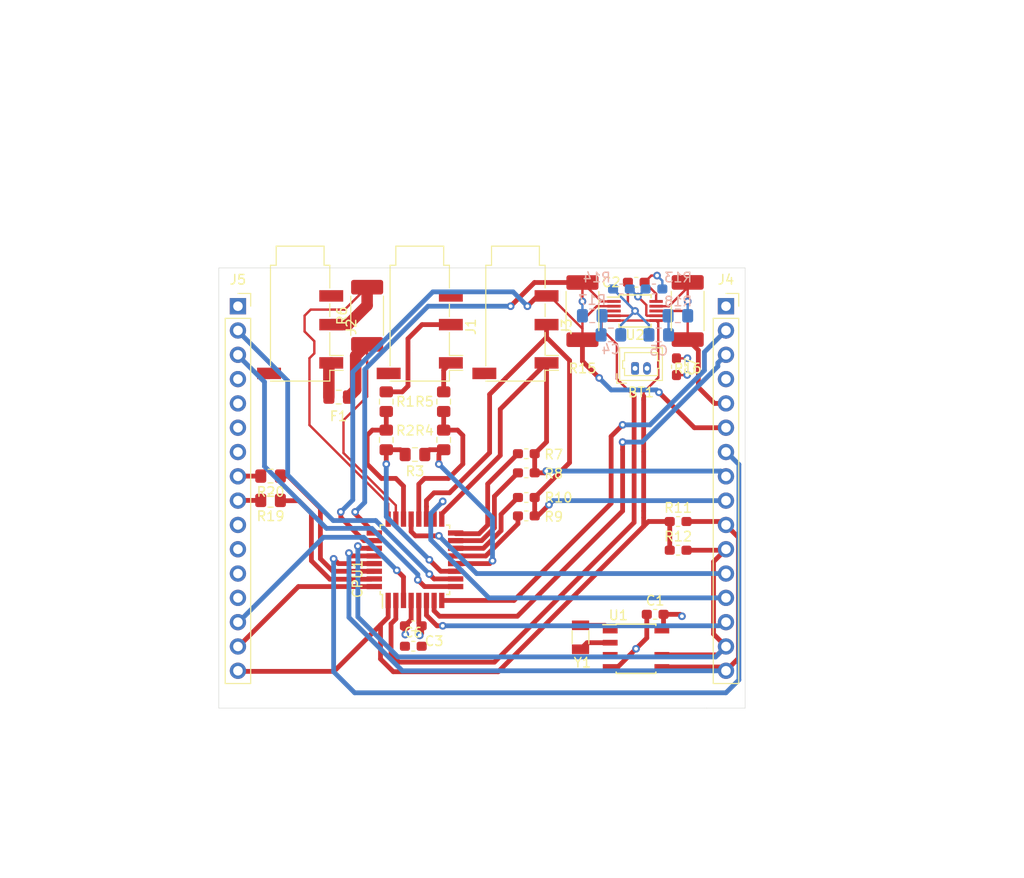
<source format=kicad_pcb>
(kicad_pcb (version 20171130) (host pcbnew "(5.0.2)-1")
  (layers (0 F.Cu signal) (1 In1.Cu signal hide) (2 In2.Cu signal hide) (31 B.Cu signal) (34 B.Paste user hide) (35 F.Paste user hide) (36 B.SilkS user hide) (37 F.SilkS user hide) (38 B.Mask user hide) (39 F.Mask user hide) (44 Edge.Cuts user))
  (net 0 "")
  (net 1 /PD3)
  (net 2 /PD2)
  (net 3 /ADC11)
  (net 4 "Net-(J1-Pad2)")
  (net 5 "Net-(J1-Pad3)")
  (net 6 "Net-(J1-Pad4)")
  (net 7 /ADC2)
  (net 8 /PB1)
  (net 9 /PB2)
  (net 10 /PB3)
  (net 11 /PB4)
  (net 12 "Net-(U1-Pad2)")
  (net 13 "Net-(U1-Pad1)")
  (net 14 /ADC3)
  (net 15 /D1)
  (net 16 /D0)
  (net 17 /RESET)
  (net 18 /SDA)
  (net 19 /SCL)
  (net 20 /ADC1)
  (net 21 /ADC0)
  (net 22 /ADC7)
  (net 23 /SWD)
  (net 24 /ADC6)
  (net 25 /SWC)
  (net 26 /PB0)
  (net 27 /VCC)
  (net 28 /PE4)
  (net 29 /PD4)
  (net 30 "Net-(F1-Pad1)")
  (net 31 /VCC_HALF)
  (net 32 "Net-(R16-Pad2)")
  (net 33 /GND)
  (net 34 "Net-(J1-Pad5)")
  (net 35 "Net-(J2-Pad5)")
  (net 36 "Net-(J3-Pad5)")
  (net 37 "Net-(R13-Pad2)")
  (net 38 "Net-(U1-Pad3)")
  (net 39 /ADC10)
  (net 40 "Net-(J2-Pad2)")
  (net 41 /PD7)
  (net 42 /PD6)
  (net 43 /PD5)
  (net 44 /PB7)
  (net 45 /PB6)
  (net 46 /PE5)
  (net 47 "Net-(C4-Pad2)")
  (net 48 "Net-(C5-Pad2)")
  (net 49 "Net-(CPU1-Pad30)")
  (net 50 "Net-(CPU1-Pad31)")
  (module Capacitor_SMD:C_0603_1608Metric_Pad1.05x0.95mm_HandSolder (layer F.Cu) (at 120.32488 89.535)
    (fp_text reference C6 (at 0 -1.43) (layer F.SilkS))
    (fp_text value 10n)
    (pad 2 smd roundrect (at 0.875 0) (size 1.05 0.95) (layers F.Cu F.Paste F.Mask) (net 33 /GND))
    (pad 1 smd roundrect (at -0.875 0) (size 1.05 0.95) (layers F.Cu F.Paste F.Mask) (net 27 /VCC))
  )
  (module Capacitor_SMD:C_0603_1608Metric_Pad1.05x0.95mm_HandSolder (layer F.Cu) (at 147.828 60.325 270)
    (fp_text reference C7 (at 0 -1.43 270) (layer F.SilkS))
    (fp_text value 10u)
    (pad 1 smd roundrect (at -0.875 0 270) (size 1.05 0.95) (layers F.Cu F.Paste F.Mask) (net 27 /VCC))
    (pad 2 smd roundrect (at 0.875 0 270) (size 1.05 0.95) (layers F.Cu F.Paste F.Mask) (net 33 /GND))
  )
  (module Resistor_SMD:R_0805_2012Metric_Pad1.15x1.40mm_HandSolder (layer F.Cu) (at 105.41 74.295 180)
    (fp_text reference R19 (at 0 -1.65 180) (layer F.SilkS))
    (fp_text value 1k)
    (pad 2 smd roundrect (at 1.025 0 180) (size 1.15 1.4) (layers F.Cu F.Paste F.Mask) (roundrect_rratio 0.217391) (net 15 /D1))
    (pad 1 smd roundrect (at -1.025 0 180) (size 1.15 1.4) (layers F.Cu F.Paste F.Mask) (roundrect_rratio 0.217391) (net 50 "Net-(CPU1-Pad31)"))
  )
  (module Resistor_SMD:R_0805_2012Metric_Pad1.15x1.40mm_HandSolder (layer F.Cu) (at 105.41 71.755 180)
    (fp_text reference R20 (at 0 -1.65 180) (layer F.SilkS))
    (fp_text value 1k)
    (pad 1 smd roundrect (at -1.025 0 180) (size 1.15 1.4) (layers F.Cu F.Paste F.Mask) (roundrect_rratio 0.217391) (net 49 "Net-(CPU1-Pad30)"))
    (pad 2 smd roundrect (at 1.025 0 180) (size 1.15 1.4) (layers F.Cu F.Paste F.Mask) (roundrect_rratio 0.217391) (net 16 /D0))
  )
  (module Resistor_SMD:R_0805_2012Metric_Pad1.15x1.40mm_HandSolder (layer B.Cu) (at 147.975001 55)
    (fp_text reference R18 (at 0.024999 -1.5 180) (layer B.SilkS) (effects (justify mirror)))
    (fp_text value R_Small)
    (pad 2 smd roundrect (at 1.025 0) (size 1.15 1.4) (layers B.Cu B.Paste B.Mask) (roundrect_rratio 0.217391) (net 32 "Net-(R16-Pad2)"))
    (pad 1 smd roundrect (at -1.025 0) (size 1.15 1.4) (layers B.Cu B.Paste B.Mask) (roundrect_rratio 0.217391) (net 48 "Net-(C5-Pad2)"))
  )
  (module Resistor_SMD:R_0805_2012Metric_Pad1.15x1.40mm_HandSolder (layer B.Cu) (at 139.024999 55 180)
    (fp_text reference R17 (at 0 1.65 180) (layer B.SilkS) (effects (justify mirror)))
    (fp_text value R_Small)
    (pad 2 smd roundrect (at 1.025 0 180) (size 1.15 1.4) (layers B.Cu B.Paste B.Mask) (roundrect_rratio 0.217391) (net 7 /ADC2))
    (pad 1 smd roundrect (at -1.025 0 180) (size 1.15 1.4) (layers B.Cu B.Paste B.Mask) (roundrect_rratio 0.217391) (net 47 "Net-(C4-Pad2)"))
  )
  (module Capacitor_SMD:C_0805_2012Metric_Pad1.15x1.40mm_HandSolder (layer B.Cu) (at 145.975 57)
    (fp_text reference C5 (at 0 1.65 180) (layer B.SilkS) (effects (justify mirror)))
    (fp_text value C_Small)
    (pad 2 smd roundrect (at 1.025 0) (size 1.15 1.4) (layers B.Cu B.Paste B.Mask) (roundrect_rratio 0.217391) (net 48 "Net-(C5-Pad2)"))
    (pad 1 smd roundrect (at -1.025 0) (size 1.15 1.4) (layers B.Cu B.Paste B.Mask) (roundrect_rratio 0.217391) (net 33 /GND))
  )
  (module Capacitor_SMD:C_0805_2012Metric_Pad1.15x1.40mm_HandSolder (layer B.Cu) (at 140.975 57 180)
    (fp_text reference C4 (at 0 -1.5 180) (layer B.SilkS) (effects (justify mirror)))
    (fp_text value C_Small)
    (pad 2 smd roundrect (at 1.025 0 180) (size 1.15 1.4) (layers B.Cu B.Paste B.Mask) (roundrect_rratio 0.217391) (net 47 "Net-(C4-Pad2)"))
    (pad 1 smd roundrect (at -1.025 0 180) (size 1.15 1.4) (layers B.Cu B.Paste B.Mask) (roundrect_rratio 0.217391) (net 33 /GND))
  )
  (module Crystal:Crystal_SMD_3215-2Pin_3.2x1.5mm (layer F.Cu) (at 137.8 88.6 270)
    (fp_text reference Y1 (at 2.65 -0.2 180) (layer F.SilkS))
    (fp_text value 32kHz)
    (pad 2 smd rect (at -1.25 0 270) (size 1 1.8) (layers F.Cu F.Paste F.Mask) (net 13 "Net-(U1-Pad1)"))
    (pad 1 smd rect (at 1.25 0 270) (size 1 1.8) (layers F.Cu F.Paste F.Mask) (net 12 "Net-(U1-Pad2)"))
  )
  (module Package_SO:MSOP-10_3x3mm_P0.5mm (layer F.Cu) (at 143.5 54.5)
    (fp_text reference U2 (at 0 2.5) (layer F.SilkS))
    (fp_text value AD8592)
    (pad 10 smd rect (at 2.2 -1) (size 1.4 0.3) (layers F.Cu F.Paste F.Mask) (net 27 /VCC))
    (pad 9 smd rect (at 2.2 -0.5) (size 1.4 0.3) (layers F.Cu F.Paste F.Mask) (net 32 "Net-(R16-Pad2)"))
    (pad 8 smd rect (at 2.2 0) (size 1.4 0.3) (layers F.Cu F.Paste F.Mask) (net 31 /VCC_HALF))
    (pad 7 smd rect (at 2.2 0.5) (size 1.4 0.3) (layers F.Cu F.Paste F.Mask) (net 37 "Net-(R13-Pad2)"))
    (pad 6 smd rect (at 2.2 1) (size 1.4 0.3) (layers F.Cu F.Paste F.Mask) (net 1 /PD3))
    (pad 5 smd rect (at -2.2 1) (size 1.4 0.3) (layers F.Cu F.Paste F.Mask) (net 1 /PD3))
    (pad 4 smd rect (at -2.2 0.5) (size 1.4 0.3) (layers F.Cu F.Paste F.Mask) (net 33 /GND))
    (pad 3 smd rect (at -2.2 0) (size 1.4 0.3) (layers F.Cu F.Paste F.Mask) (net 29 /PD4))
    (pad 2 smd rect (at -2.2 -0.5) (size 1.4 0.3) (layers F.Cu F.Paste F.Mask) (net 14 /ADC3))
    (pad 1 smd rect (at -2.2 -1) (size 1.4 0.3) (layers F.Cu F.Paste F.Mask) (net 7 /ADC2))
  )
  (module Package_SO:SOIC-8-N7_3.9x4.9mm_P1.27mm (layer F.Cu) (at 143.6 89.8)
    (fp_text reference U1 (at -1.85 -3.5) (layer F.SilkS))
    (fp_text value PCF85163-SO08)
    (pad 8 smd rect (at 2.7 -1.905) (size 1.55 0.6) (layers F.Cu F.Paste F.Mask) (net 27 /VCC))
    (pad 6 smd rect (at 2.7 0.635) (size 1.55 0.6) (layers F.Cu F.Paste F.Mask) (net 19 /SCL))
    (pad 5 smd rect (at 2.7 1.905) (size 1.55 0.6) (layers F.Cu F.Paste F.Mask) (net 18 /SDA))
    (pad 4 smd rect (at -2.7 1.905) (size 1.55 0.6) (layers F.Cu F.Paste F.Mask) (net 33 /GND))
    (pad 3 smd rect (at -2.7 0.635) (size 1.55 0.6) (layers F.Cu F.Paste F.Mask) (net 38 "Net-(U1-Pad3)"))
    (pad 2 smd rect (at -2.7 -0.635) (size 1.55 0.6) (layers F.Cu F.Paste F.Mask) (net 12 "Net-(U1-Pad2)"))
    (pad 1 smd rect (at -2.7 -1.905) (size 1.55 0.6) (layers F.Cu F.Paste F.Mask) (net 13 "Net-(U1-Pad1)"))
  )
  (module Resistor_SMD:R_2512_6332Metric_Pad1.52x3.35mm_HandSolder (layer F.Cu) (at 149 54.5 90)
    (fp_text reference R16 (at -6 0 180) (layer F.SilkS))
    (fp_text value 30)
    (pad 2 smd roundrect (at 2.9875 0 90) (size 1.525 3.35) (layers F.Cu F.Paste F.Mask) (roundrect_rratio 0.163934) (net 32 "Net-(R16-Pad2)"))
    (pad 1 smd roundrect (at -2.9875 0 90) (size 1.525 3.35) (layers F.Cu F.Paste F.Mask) (roundrect_rratio 0.163934) (net 31 /VCC_HALF))
  )
  (module Resistor_SMD:R_2512_6332Metric_Pad1.52x3.35mm_HandSolder (layer F.Cu) (at 138 54.5125 90)
    (fp_text reference R15 (at -5.9875 0 180) (layer F.SilkS))
    (fp_text value R)
    (pad 2 smd roundrect (at 2.9875 0 90) (size 1.525 3.35) (layers F.Cu F.Paste F.Mask) (roundrect_rratio 0.163934) (net 7 /ADC2))
    (pad 1 smd roundrect (at -2.9875 0 90) (size 1.525 3.35) (layers F.Cu F.Paste F.Mask) (roundrect_rratio 0.163934) (net 14 /ADC3))
  )
  (module Resistor_SMD:R_0603_1608Metric_Pad1.05x0.95mm_HandSolder (layer B.Cu) (at 142.075 52.2 180)
    (fp_text reference R14 (at 2.575 1.2 180) (layer B.SilkS) (effects (justify mirror)))
    (fp_text value 1M)
    (pad 2 smd roundrect (at 0.875 0 180) (size 1.05 0.95) (layers B.Cu B.Paste B.Mask) (net 33 /GND))
    (pad 1 smd roundrect (at -0.875 0 180) (size 1.05 0.95) (layers B.Cu B.Paste B.Mask) (net 37 "Net-(R13-Pad2)"))
  )
  (module Resistor_SMD:R_0603_1608Metric_Pad1.05x0.95mm_HandSolder (layer B.Cu) (at 145.474999 52.2 180)
    (fp_text reference R13 (at -2.525001 1.2 180) (layer B.SilkS) (effects (justify mirror)))
    (fp_text value 1M)
    (pad 2 smd roundrect (at 0.875 0 180) (size 1.05 0.95) (layers B.Cu B.Paste B.Mask) (net 37 "Net-(R13-Pad2)"))
    (pad 1 smd roundrect (at -0.875 0 180) (size 1.05 0.95) (layers B.Cu B.Paste B.Mask) (net 27 /VCC))
  )
  (module Resistor_SMD:R_0603_1608Metric_Pad1.05x0.95mm_HandSolder (layer F.Cu) (at 148 79.5)
    (fp_text reference R12 (at 0 -1.43) (layer F.SilkS))
    (fp_text value R)
    (pad 2 smd roundrect (at 0.875 0) (size 1.05 0.95) (layers F.Cu F.Paste F.Mask) (net 18 /SDA))
    (pad 1 smd roundrect (at -0.875 0) (size 1.05 0.95) (layers F.Cu F.Paste F.Mask) (net 1 /PD3))
  )
  (module Resistor_SMD:R_0603_1608Metric_Pad1.05x0.95mm_HandSolder (layer F.Cu) (at 148 76.5)
    (fp_text reference R11 (at 0 -1.43) (layer F.SilkS))
    (fp_text value R)
    (pad 2 smd roundrect (at 0.875 0) (size 1.05 0.95) (layers F.Cu F.Paste F.Mask) (net 19 /SCL))
    (pad 1 smd roundrect (at -0.875 0) (size 1.05 0.95) (layers F.Cu F.Paste F.Mask) (net 1 /PD3))
  )
  (module Capacitor_SMD:C_0603_1608Metric_Pad1.05x0.95mm_HandSolder (layer F.Cu) (at 120.325 87.4)
    (fp_text reference C3 (at 2.175 1.6) (layer F.SilkS))
    (fp_text value 100n)
    (pad 2 smd roundrect (at 0.875 0) (size 1.05 0.95) (layers F.Cu F.Paste F.Mask) (net 33 /GND))
    (pad 1 smd roundrect (at -0.875 0) (size 1.05 0.95) (layers F.Cu F.Paste F.Mask) (net 27 /VCC))
  )
  (module Capacitor_SMD:C_0603_1608Metric_Pad1.05x0.95mm_HandSolder (layer F.Cu) (at 143.625001 51.5 180)
    (fp_text reference C2 (at 2.625001 0) (layer F.SilkS))
    (fp_text value 100n)
    (pad 2 smd roundrect (at 0.875 0 180) (size 1.05 0.95) (layers F.Cu F.Paste F.Mask) (net 33 /GND))
    (pad 1 smd roundrect (at -0.875 0 180) (size 1.05 0.95) (layers F.Cu F.Paste F.Mask) (net 27 /VCC))
  )
  (module Capacitor_SMD:C_0603_1608Metric_Pad1.05x0.95mm_HandSolder (layer F.Cu) (at 145.6 86.2)
    (fp_text reference C1 (at 0 -1.43) (layer F.SilkS))
    (fp_text value 100n)
    (pad 2 smd roundrect (at 0.875 0) (size 1.05 0.95) (layers F.Cu F.Paste F.Mask) (net 27 /VCC))
    (pad 1 smd roundrect (at -0.875 0) (size 1.05 0.95) (layers F.Cu F.Paste F.Mask) (net 33 /GND))
  )
  (module Multimeter_Watch_Custom_Footprints:Jack_3.5mm_PJ320D_Horizontal_renamedPins (layer F.Cu) (at 108.5 56.1 270)
    (fp_text reference J2 (at 0.05 -5.35 90) (layer F.SilkS))
    (fp_text value AudioJack3_Ground_renamedPins)
    (pad "" np_thru_hole circle (at 2.225 0 270) (size 1.5 1.5) (drill 1.5) (layers *.Cu *.Mask))
    (pad "" np_thru_hole circle (at -4.775 0 270) (size 1.5 1.5) (drill 1.5) (layers *.Cu *.Mask))
    (pad 2 smd rect (at -3.175 -3.25 270) (size 1.2 2.5) (layers F.Cu F.Paste F.Mask) (net 40 "Net-(J2-Pad2)"))
    (pad 3 smd rect (at -0.175 -3.25 270) (size 1.2 2.5) (layers F.Cu F.Paste F.Mask) (net 20 /ADC1))
    (pad 4 smd rect (at 3.825 -3.25 270) (size 1.2 2.5) (layers F.Cu F.Paste F.Mask) (net 30 "Net-(F1-Pad1)"))
    (pad 5 smd rect (at 4.925 3.25 270) (size 1.2 2.5) (layers F.Cu F.Paste F.Mask) (net 35 "Net-(J2-Pad5)"))
  )
  (module Package_QFP:TQFP-32_7x7mm_P0.8mm (layer F.Cu) (at 120.5 80.5 90)
    (fp_text reference CPU1 (at -2 -6 90) (layer F.SilkS))
    (fp_text value LGT8F328P-QFP32L)
    (pad 32 smd rect (at -2.8 -4.25 180) (size 1.6 0.55) (layers F.Cu F.Paste F.Mask) (net 2 /PD2))
    (pad 31 smd rect (at -2 -4.25 180) (size 1.6 0.55) (layers F.Cu F.Paste F.Mask) (net 50 "Net-(CPU1-Pad31)"))
    (pad 30 smd rect (at -1.2 -4.25 180) (size 1.6 0.55) (layers F.Cu F.Paste F.Mask) (net 49 "Net-(CPU1-Pad30)"))
    (pad 29 smd rect (at -0.4 -4.25 180) (size 1.6 0.55) (layers F.Cu F.Paste F.Mask) (net 17 /RESET))
    (pad 28 smd rect (at 0.4 -4.25 180) (size 1.6 0.55) (layers F.Cu F.Paste F.Mask) (net 18 /SDA))
    (pad 27 smd rect (at 1.2 -4.25 180) (size 1.6 0.55) (layers F.Cu F.Paste F.Mask) (net 19 /SCL))
    (pad 26 smd rect (at 2 -4.25 180) (size 1.6 0.55) (layers F.Cu F.Paste F.Mask) (net 14 /ADC3))
    (pad 25 smd rect (at 2.8 -4.25 180) (size 1.6 0.55) (layers F.Cu F.Paste F.Mask) (net 7 /ADC2))
    (pad 24 smd rect (at 4.25 -2.8 90) (size 1.6 0.55) (layers F.Cu F.Paste F.Mask) (net 20 /ADC1))
    (pad 23 smd rect (at 4.25 -2 90) (size 1.6 0.55) (layers F.Cu F.Paste F.Mask) (net 21 /ADC0))
    (pad 22 smd rect (at 4.25 -1.2 90) (size 1.6 0.55) (layers F.Cu F.Paste F.Mask) (net 22 /ADC7))
    (pad 21 smd rect (at 4.25 -0.4 90) (size 1.6 0.55) (layers F.Cu F.Paste F.Mask) (net 23 /SWD))
    (pad 20 smd rect (at 4.25 0.4 90) (size 1.6 0.55) (layers F.Cu F.Paste F.Mask) (net 39 /ADC10))
    (pad 19 smd rect (at 4.25 1.2 90) (size 1.6 0.55) (layers F.Cu F.Paste F.Mask) (net 24 /ADC6))
    (pad 18 smd rect (at 4.25 2 90) (size 1.6 0.55) (layers F.Cu F.Paste F.Mask) (net 25 /SWC))
    (pad 17 smd rect (at 4.25 2.8 90) (size 1.6 0.55) (layers F.Cu F.Paste F.Mask) (net 3 /ADC11))
    (pad 16 smd rect (at 2.8 4.25 180) (size 1.6 0.55) (layers F.Cu F.Paste F.Mask) (net 11 /PB4))
    (pad 15 smd rect (at 2 4.25 180) (size 1.6 0.55) (layers F.Cu F.Paste F.Mask) (net 10 /PB3))
    (pad 14 smd rect (at 1.2 4.25 180) (size 1.6 0.55) (layers F.Cu F.Paste F.Mask) (net 9 /PB2))
    (pad 13 smd rect (at 0.4 4.25 180) (size 1.6 0.55) (layers F.Cu F.Paste F.Mask) (net 8 /PB1))
    (pad 12 smd rect (at -0.4 4.25 180) (size 1.6 0.55) (layers F.Cu F.Paste F.Mask) (net 26 /PB0))
    (pad 11 smd rect (at -1.2 4.25 180) (size 1.6 0.55) (layers F.Cu F.Paste F.Mask) (net 41 /PD7))
    (pad 10 smd rect (at -2 4.25 180) (size 1.6 0.55) (layers F.Cu F.Paste F.Mask) (net 42 /PD6))
    (pad 9 smd rect (at -2.8 4.25 180) (size 1.6 0.55) (layers F.Cu F.Paste F.Mask) (net 43 /PD5))
    (pad 8 smd rect (at -4.25 2.8 90) (size 1.6 0.55) (layers F.Cu F.Paste F.Mask) (net 44 /PB7))
    (pad 7 smd rect (at -4.25 2 90) (size 1.6 0.55) (layers F.Cu F.Paste F.Mask) (net 45 /PB6))
    (pad 6 smd rect (at -4.25 1.2 90) (size 1.6 0.55) (layers F.Cu F.Paste F.Mask) (net 46 /PE5))
    (pad 5 smd rect (at -4.25 0.4 90) (size 1.6 0.55) (layers F.Cu F.Paste F.Mask) (net 33 /GND))
    (pad 4 smd rect (at -4.25 -0.4 90) (size 1.6 0.55) (layers F.Cu F.Paste F.Mask) (net 27 /VCC))
    (pad 3 smd rect (at -4.25 -1.2 90) (size 1.6 0.55) (layers F.Cu F.Paste F.Mask) (net 28 /PE4))
    (pad 2 smd rect (at -4.25 -2 90) (size 1.6 0.55) (layers F.Cu F.Paste F.Mask) (net 29 /PD4))
    (pad 1 smd rect (at -4.25 -2.8 90) (size 1.6 0.55) (layers F.Cu F.Paste F.Mask) (net 1 /PD3))
  )
  (module Connector_Molex:Molex_PicoBlade_53047-0210_1x02_P1.25mm_Vertical (layer F.Cu) (at 143.5 60.5)
    (fp_text reference BT1 (at 0.62 2.5) (layer F.SilkS))
    (fp_text value "Some Li-Po?")
    (pad 2 thru_hole oval (at 1.25 0) (size 0.8 1.3) (drill 0.5) (layers *.Cu *.Mask) (net 33 /GND))
    (pad 1 thru_hole roundrect (at 0 0) (size 0.8 1.3) (drill 0.5) (layers *.Cu *.Mask) (net 27 /VCC))
  )
  (module Resistor_SMD:R_0603_1608Metric_Pad1.05x0.95mm_HandSolder (layer F.Cu) (at 132.13604 73.989593 180)
    (fp_text reference R10 (at -3.36396 -0.010407) (layer F.SilkS))
    (fp_text value 680)
    (pad 2 smd roundrect (at 0.875 0 180) (size 1.05 0.95) (layers F.Cu F.Paste F.Mask) (net 9 /PB2))
    (pad 1 smd roundrect (at -0.875 0 180) (size 1.05 0.95) (layers F.Cu F.Paste F.Mask) (net 24 /ADC6))
  )
  (module Resistor_SMD:R_0603_1608Metric_Pad1.05x0.95mm_HandSolder (layer F.Cu) (at 132.136039 75.914213 180)
    (fp_text reference R9 (at -2.863961 -0.085787) (layer F.SilkS))
    (fp_text value 470k)
    (pad 2 smd roundrect (at 0.875 0 180) (size 1.05 0.95) (layers F.Cu F.Paste F.Mask) (net 8 /PB1))
    (pad 1 smd roundrect (at -0.875 0 180) (size 1.05 0.95) (layers F.Cu F.Paste F.Mask) (net 24 /ADC6))
  )
  (module Resistor_SMD:R_0603_1608Metric_Pad1.05x0.95mm_HandSolder (layer F.Cu) (at 132.13604 71.414214)
    (fp_text reference R8 (at 2.86396 0.085786) (layer F.SilkS))
    (fp_text value 680)
    (pad 2 smd roundrect (at 0.875 0) (size 1.05 0.95) (layers F.Cu F.Paste F.Mask) (net 3 /ADC11))
    (pad 1 smd roundrect (at -0.875 0) (size 1.05 0.95) (layers F.Cu F.Paste F.Mask) (net 10 /PB3))
  )
  (module Resistor_SMD:R_0603_1608Metric_Pad1.05x0.95mm_HandSolder (layer F.Cu) (at 132.136039 69.414214)
    (fp_text reference R7 (at 2.863961 0.085786) (layer F.SilkS))
    (fp_text value 470k)
    (pad 2 smd roundrect (at 0.875 0) (size 1.05 0.95) (layers F.Cu F.Paste F.Mask) (net 3 /ADC11))
    (pad 1 smd roundrect (at -0.875 0) (size 1.05 0.95) (layers F.Cu F.Paste F.Mask) (net 11 /PB4))
  )
  (module Resistor_SMD:R_2512_6332Metric_Pad1.52x3.35mm_HandSolder (layer F.Cu) (at 115.5 55 90)
    (fp_text reference R6 (at 0 -2.62 90) (layer F.SilkS))
    (fp_text value R_shunt)
    (pad 2 smd roundrect (at 2.9875 0 90) (size 1.525 3.35) (layers F.Cu F.Paste F.Mask) (roundrect_rratio 0.163934) (net 20 /ADC1))
    (pad 1 smd roundrect (at -2.9875 0 90) (size 1.525 3.35) (layers F.Cu F.Paste F.Mask) (roundrect_rratio 0.163934) (net 21 /ADC0))
  )
  (module Resistor_SMD:R_0805_2012Metric_Pad1.15x1.40mm_HandSolder (layer F.Cu) (at 117.5 63.975001 270)
    (fp_text reference R1 (at 0 -2 180) (layer F.SilkS))
    (fp_text value R)
    (pad 2 smd roundrect (at 1.025 0 270) (size 1.15 1.4) (layers F.Cu F.Paste F.Mask) (roundrect_rratio 0.217391) (net 22 /ADC7))
    (pad 1 smd roundrect (at -1.025 0 270) (size 1.15 1.4) (layers F.Cu F.Paste F.Mask) (roundrect_rratio 0.217391) (net 5 "Net-(J1-Pad3)"))
  )
  (module Resistor_SMD:R_0805_2012Metric_Pad1.15x1.40mm_HandSolder (layer F.Cu) (at 123.5 63.975001 90)
    (fp_text reference R5 (at 0 -2 180) (layer F.SilkS))
    (fp_text value R)
    (pad 2 smd roundrect (at 1.025 0 90) (size 1.15 1.4) (layers F.Cu F.Paste F.Mask) (roundrect_rratio 0.217391) (net 6 "Net-(J1-Pad4)"))
    (pad 1 smd roundrect (at -1.025 0 90) (size 1.15 1.4) (layers F.Cu F.Paste F.Mask) (roundrect_rratio 0.217391) (net 39 /ADC10))
  )
  (module Resistor_SMD:R_0805_2012Metric_Pad1.15x1.40mm_HandSolder (layer F.Cu) (at 123.5 67.975 90)
    (fp_text reference R4 (at 0.975 -2 180) (layer F.SilkS))
    (fp_text value R)
    (pad 2 smd roundrect (at 1.025 0 90) (size 1.15 1.4) (layers F.Cu F.Paste F.Mask) (roundrect_rratio 0.217391) (net 39 /ADC10))
    (pad 1 smd roundrect (at -1.025 0 90) (size 1.15 1.4) (layers F.Cu F.Paste F.Mask) (roundrect_rratio 0.217391) (net 26 /PB0))
  )
  (module Resistor_SMD:R_0805_2012Metric_Pad1.15x1.40mm_HandSolder (layer F.Cu) (at 120.5 69.5)
    (fp_text reference R3 (at 0 1.75) (layer F.SilkS))
    (fp_text value R)
    (pad 2 smd roundrect (at 1.025 0) (size 1.15 1.4) (layers F.Cu F.Paste F.Mask) (roundrect_rratio 0.217391) (net 26 /PB0))
    (pad 1 smd roundrect (at -1.025 0) (size 1.15 1.4) (layers F.Cu F.Paste F.Mask) (roundrect_rratio 0.217391) (net 41 /PD7))
  )
  (module Resistor_SMD:R_0805_2012Metric_Pad1.15x1.40mm_HandSolder (layer F.Cu) (at 117.5 67.975 270)
    (fp_text reference R2 (at -0.975 -2 180) (layer F.SilkS))
    (fp_text value R)
    (pad 2 smd roundrect (at 1.025 0 270) (size 1.15 1.4) (layers F.Cu F.Paste F.Mask) (roundrect_rratio 0.217391) (net 41 /PD7))
    (pad 1 smd roundrect (at -1.025 0 270) (size 1.15 1.4) (layers F.Cu F.Paste F.Mask) (roundrect_rratio 0.217391) (net 22 /ADC7))
  )
  (module Fuse:Fuse_0805_2012Metric_Pad1.15x1.40mm_HandSolder (layer F.Cu) (at 112.525 63.5)
    (fp_text reference F1 (at -0.025 2) (layer F.SilkS))
    (fp_text value Fuse)
    (pad 2 smd roundrect (at 1.025 0) (size 1.15 1.4) (layers F.Cu F.Paste F.Mask) (roundrect_rratio 0.217391) (net 21 /ADC0))
    (pad 1 smd roundrect (at -1.025 0) (size 1.15 1.4) (layers F.Cu F.Paste F.Mask) (roundrect_rratio 0.217391) (net 30 "Net-(F1-Pad1)"))
  )
  (module Connector_PinSocket_2.54mm:PinSocket_1x16_P2.54mm_Vertical (layer F.Cu) (at 102 54)
    (fp_text reference J5 (at 0 -2.77) (layer F.SilkS))
    (fp_text value Conn_01x16_Female)
    (pad 16 thru_hole oval (at 0 38.1) (size 1.7 1.7) (drill 1) (layers *.Cu *.Mask) (net 1 /PD3))
    (pad 15 thru_hole oval (at 0 35.56) (size 1.7 1.7) (drill 1) (layers *.Cu *.Mask) (net 2 /PD2))
    (pad 14 thru_hole oval (at 0 33.02) (size 1.7 1.7) (drill 1) (layers *.Cu *.Mask) (net 28 /PE4))
    (pad 13 thru_hole oval (at 0 30.48) (size 1.7 1.7) (drill 1) (layers *.Cu *.Mask) (net 33 /GND))
    (pad 12 thru_hole oval (at 0 27.94) (size 1.7 1.7) (drill 1) (layers *.Cu *.Mask) (net 33 /GND))
    (pad 11 thru_hole oval (at 0 25.4) (size 1.7 1.7) (drill 1) (layers *.Cu *.Mask) (net 33 /GND))
    (pad 10 thru_hole oval (at 0 22.86) (size 1.7 1.7) (drill 1) (layers *.Cu *.Mask) (net 33 /GND))
    (pad 9 thru_hole oval (at 0 20.32) (size 1.7 1.7) (drill 1) (layers *.Cu *.Mask) (net 15 /D1))
    (pad 8 thru_hole oval (at 0 17.78) (size 1.7 1.7) (drill 1) (layers *.Cu *.Mask) (net 16 /D0))
    (pad 7 thru_hole oval (at 0 15.24) (size 1.7 1.7) (drill 1) (layers *.Cu *.Mask) (net 27 /VCC))
    (pad 6 thru_hole oval (at 0 12.7) (size 1.7 1.7) (drill 1) (layers *.Cu *.Mask) (net 27 /VCC))
    (pad 5 thru_hole oval (at 0 10.16) (size 1.7 1.7) (drill 1) (layers *.Cu *.Mask) (net 27 /VCC))
    (pad 4 thru_hole oval (at 0 7.62) (size 1.7 1.7) (drill 1) (layers *.Cu *.Mask) (net 27 /VCC))
    (pad 3 thru_hole oval (at 0 5.08) (size 1.7 1.7) (drill 1) (layers *.Cu *.Mask) (net 43 /PD5))
    (pad 2 thru_hole oval (at 0 2.54) (size 1.7 1.7) (drill 1) (layers *.Cu *.Mask) (net 42 /PD6))
    (pad 1 thru_hole rect (at 0 0) (size 1.7 1.7) (drill 1) (layers *.Cu *.Mask) (net 33 /GND))
  )
  (module Connector_PinSocket_2.54mm:PinSocket_1x16_P2.54mm_Vertical (layer F.Cu) (at 153 54)
    (fp_text reference J4 (at 0 -2.77) (layer F.SilkS))
    (fp_text value Conn_01x16_Female)
    (pad 16 thru_hole oval (at 0 38.1) (size 1.7 1.7) (drill 1) (layers *.Cu *.Mask) (net 18 /SDA))
    (pad 15 thru_hole oval (at 0 35.56) (size 1.7 1.7) (drill 1) (layers *.Cu *.Mask) (net 19 /SCL))
    (pad 14 thru_hole oval (at 0 33.02) (size 1.7 1.7) (drill 1) (layers *.Cu *.Mask) (net 46 /PE5))
    (pad 13 thru_hole oval (at 0 30.48) (size 1.7 1.7) (drill 1) (layers *.Cu *.Mask) (net 25 /SWC))
    (pad 12 thru_hole oval (at 0 27.94) (size 1.7 1.7) (drill 1) (layers *.Cu *.Mask) (net 23 /SWD))
    (pad 11 thru_hole oval (at 0 25.4) (size 1.7 1.7) (drill 1) (layers *.Cu *.Mask) (net 18 /SDA))
    (pad 10 thru_hole oval (at 0 22.86) (size 1.7 1.7) (drill 1) (layers *.Cu *.Mask) (net 19 /SCL))
    (pad 9 thru_hole oval (at 0 20.32) (size 1.7 1.7) (drill 1) (layers *.Cu *.Mask) (net 24 /ADC6))
    (pad 8 thru_hole oval (at 0 17.78) (size 1.7 1.7) (drill 1) (layers *.Cu *.Mask) (net 3 /ADC11))
    (pad 7 thru_hole oval (at 0 15.24) (size 1.7 1.7) (drill 1) (layers *.Cu *.Mask) (net 17 /RESET))
    (pad 6 thru_hole oval (at 0 12.7) (size 1.7 1.7) (drill 1) (layers *.Cu *.Mask) (net 14 /ADC3))
    (pad 5 thru_hole oval (at 0 10.16) (size 1.7 1.7) (drill 1) (layers *.Cu *.Mask) (net 31 /VCC_HALF))
    (pad 4 thru_hole oval (at 0 7.62) (size 1.7 1.7) (drill 1) (layers *.Cu *.Mask) (net 33 /GND))
    (pad 3 thru_hole oval (at 0 5.08) (size 1.7 1.7) (drill 1) (layers *.Cu *.Mask) (net 45 /PB6))
    (pad 2 thru_hole oval (at 0 2.54) (size 1.7 1.7) (drill 1) (layers *.Cu *.Mask) (net 44 /PB7))
    (pad 1 thru_hole rect (at 0 0) (size 1.7 1.7) (drill 1) (layers *.Cu *.Mask) (net 27 /VCC))
  )
  (module Multimeter_Watch_Custom_Footprints:Jack_3.5mm_PJ320D_Horizontal_renamedPins (layer F.Cu) (at 131 56.1 270)
    (fp_text reference J3 (at 0.05 -5.35 90) (layer F.SilkS))
    (fp_text value AudioJack3_Ground_renamedPins)
    (pad "" np_thru_hole circle (at 2.225 0 270) (size 1.5 1.5) (drill 1.5) (layers *.Cu *.Mask))
    (pad "" np_thru_hole circle (at -4.775 0 270) (size 1.5 1.5) (drill 1.5) (layers *.Cu *.Mask))
    (pad 2 smd rect (at -3.175 -3.25 270) (size 1.2 2.5) (layers F.Cu F.Paste F.Mask) (net 14 /ADC3))
    (pad 3 smd rect (at -0.175 -3.25 270) (size 1.2 2.5) (layers F.Cu F.Paste F.Mask) (net 24 /ADC6))
    (pad 4 smd rect (at 3.825 -3.25 270) (size 1.2 2.5) (layers F.Cu F.Paste F.Mask) (net 3 /ADC11))
    (pad 5 smd rect (at 4.925 3.25 270) (size 1.2 2.5) (layers F.Cu F.Paste F.Mask) (net 36 "Net-(J3-Pad5)"))
  )
  (module Multimeter_Watch_Custom_Footprints:Jack_3.5mm_PJ320D_Horizontal_renamedPins (layer F.Cu) (at 121 56.1 270)
    (fp_text reference J1 (at 0.05 -5.35 90) (layer F.SilkS))
    (fp_text value AudioJack3_Ground_renamedPins)
    (pad "" np_thru_hole circle (at 2.225 0 270) (size 1.5 1.5) (drill 1.5) (layers *.Cu *.Mask))
    (pad "" np_thru_hole circle (at -4.775 0 270) (size 1.5 1.5) (drill 1.5) (layers *.Cu *.Mask))
    (pad 2 smd rect (at -3.175 -3.25 270) (size 1.2 2.5) (layers F.Cu F.Paste F.Mask) (net 4 "Net-(J1-Pad2)"))
    (pad 3 smd rect (at -0.175 -3.25 270) (size 1.2 2.5) (layers F.Cu F.Paste F.Mask) (net 5 "Net-(J1-Pad3)"))
    (pad 4 smd rect (at 3.825 -3.25 270) (size 1.2 2.5) (layers F.Cu F.Paste F.Mask) (net 6 "Net-(J1-Pad4)"))
    (pad 5 smd rect (at 4.925 3.25 270) (size 1.2 2.5) (layers F.Cu F.Paste F.Mask) (net 34 "Net-(J1-Pad5)"))
  )
  (gr_line (start 155 96) (end 151 96) (layer Edge.Cuts) (width 0.05))
  (gr_line (start 155 50) (end 155 96) (layer Edge.Cuts) (width 0.05))
  (gr_line (start 100 96) (end 151 96) (layer Edge.Cuts) (width 0.05))
  (gr_line (start 100 50) (end 100 96) (layer Edge.Cuts) (width 0.05))
  (gr_line (start 155 50) (end 100 50) (layer Edge.Cuts) (width 0.05))
  (via (at 148.941452 61.184452) (size 0.8) (drill 0.4) (layers F.Cu B.Cu) (net 33))
  (via (at 148.971 59.436) (size 0.8) (drill 0.4) (layers F.Cu B.Cu) (net 27))
  (segment (start 117.7 84.75) (end 117.7 86.5) (width 0.5) (layer F.Cu) (net 1))
  (segment (start 112.04 92.16) (end 102 92.16) (width 0.5) (layer F.Cu) (net 1))
  (segment (start 144.4 63.8) (end 144.4 63.4) (width 0.5) (layer F.Cu) (net 1))
  (segment (start 144.4 69.2) (end 144.4 63.8) (width 0.5) (layer F.Cu) (net 1))
  (segment (start 116.9 87.3) (end 112.04 92.16) (width 0.5) (layer F.Cu) (net 1))
  (segment (start 117.7 86.5) (end 116.9 87.3) (width 0.5) (layer F.Cu) (net 1))
  (segment (start 141.7 55.5) (end 145.7 55.5) (width 0.25) (layer F.Cu) (net 1))
  (segment (start 141.3 55.5) (end 141.7 55.5) (width 0.25) (layer F.Cu) (net 1))
  (segment (start 145.923 55.723) (end 145.7 55.5) (width 0.25) (layer F.Cu) (net 1))
  (segment (start 145.923 61.468) (end 145.923 55.723) (width 0.25) (layer F.Cu) (net 1))
  (segment (start 144.4 63.4) (end 144.4 62.991) (width 0.25) (layer F.Cu) (net 1))
  (segment (start 144.4 62.991) (end 145.923 61.468) (width 0.25) (layer F.Cu) (net 1))
  (segment (start 144.5 75.5) (end 144.4 75.4) (width 0.25) (layer F.Cu) (net 1))
  (segment (start 144.4 75.4) (end 144.4 69.2) (width 0.5) (layer F.Cu) (net 1))
  (segment (start 144.4 76.1) (end 144.4 75.4) (width 0.5) (layer F.Cu) (net 1))
  (segment (start 144.4 77) (end 144.4 76.1) (width 0.5) (layer F.Cu) (net 1))
  (segment (start 144.9 76.5) (end 144.4 77) (width 0.5) (layer F.Cu) (net 1))
  (segment (start 147.125 76.5) (end 144.9 76.5) (width 0.5) (layer F.Cu) (net 1))
  (segment (start 147.125 79.5) (end 147.125 76.5) (width 0.5) (layer F.Cu) (net 1))
  (segment (start 129.2 92.2) (end 144.4 77) (width 0.5) (layer F.Cu) (net 1))
  (segment (start 118.235 92.2) (end 129.2 92.2) (width 0.5) (layer F.Cu) (net 1))
  (segment (start 116.9 87.3) (end 116.9 90.865) (width 0.5) (layer F.Cu) (net 1))
  (segment (start 116.9 90.865) (end 118.235 92.2) (width 0.5) (layer F.Cu) (net 1))
  (segment (start 108.32 83.3) (end 102 89.62) (width 0.5) (layer F.Cu) (net 2))
  (segment (start 116.25 83.3) (end 108.32 83.3) (width 0.5) (layer F.Cu) (net 2))
  (segment (start 133.01104 69.414215) (end 133.011039 69.414214) (width 0.5) (layer F.Cu) (net 3))
  (segment (start 133.01104 71.414214) (end 133.01104 69.414215) (width 0.5) (layer F.Cu) (net 3))
  (segment (start 134.25 68.175253) (end 133.011039 69.414214) (width 0.5) (layer F.Cu) (net 3))
  (segment (start 134.25 59.925) (end 134.25 68.175253) (width 0.5) (layer F.Cu) (net 3))
  (via (at 134.222266 71.229425) (size 0.8) (drill 0.4) (layers F.Cu B.Cu) (net 3))
  (segment (start 133.01104 71.414214) (end 134.037477 71.414214) (width 0.5) (layer F.Cu) (net 3))
  (segment (start 134.037477 71.414214) (end 134.222266 71.229425) (width 0.5) (layer F.Cu) (net 3))
  (segment (start 152.449425 71.229425) (end 153 71.78) (width 0.5) (layer B.Cu) (net 3))
  (segment (start 134.222266 71.229425) (end 152.449425 71.229425) (width 0.5) (layer B.Cu) (net 3))
  (segment (start 130.70001 63.47499) (end 134.25 59.925) (width 0.5) (layer F.Cu) (net 3))
  (segment (start 129.413 64.762) (end 130.70001 63.47499) (width 0.5) (layer F.Cu) (net 3))
  (segment (start 129.413 69.596) (end 129.413 64.762) (width 0.5) (layer F.Cu) (net 3))
  (segment (start 123.3 76.25) (end 123.3 75.709) (width 0.5) (layer F.Cu) (net 3))
  (segment (start 123.3 75.709) (end 129.413 69.596) (width 0.5) (layer F.Cu) (net 3))
  (segment (start 121.24 55.925) (end 124.25 55.925) (width 0.5) (layer F.Cu) (net 5))
  (segment (start 119.769992 57.395008) (end 121.24 55.925) (width 0.5) (layer F.Cu) (net 5))
  (segment (start 119.769992 62.348008) (end 119.769992 57.395008) (width 0.5) (layer F.Cu) (net 5))
  (segment (start 117.5 62.950001) (end 119.167999 62.950001) (width 0.5) (layer F.Cu) (net 5))
  (segment (start 119.167999 62.950001) (end 119.769992 62.348008) (width 0.5) (layer F.Cu) (net 5))
  (segment (start 123.5 60.675) (end 124.25 59.925) (width 0.5) (layer F.Cu) (net 6))
  (segment (start 123.5 62.950001) (end 123.5 60.675) (width 0.5) (layer F.Cu) (net 6))
  (segment (start 139.975 53.5) (end 138 51.525) (width 0.25) (layer F.Cu) (net 7))
  (segment (start 141.3 53.5) (end 139.975 53.5) (width 0.25) (layer F.Cu) (net 7))
  (via (at 138 53.5) (size 0.8) (drill 0.4) (layers F.Cu B.Cu) (net 7))
  (segment (start 138 51.525) (end 138 53.5) (width 0.25) (layer F.Cu) (net 7))
  (segment (start 138 54.999999) (end 137.999999 55) (width 0.25) (layer B.Cu) (net 7))
  (segment (start 138 53.5) (end 138 54.999999) (width 0.25) (layer B.Cu) (net 7))
  (segment (start 132.989998 51.525) (end 131.514998 53) (width 0.5) (layer F.Cu) (net 7))
  (segment (start 138 51.525) (end 132.989998 51.525) (width 0.5) (layer F.Cu) (net 7))
  (via (at 130.5 54) (size 0.8) (drill 0.4) (layers F.Cu B.Cu) (net 7))
  (segment (start 131.514998 53) (end 131.5 53) (width 0.5) (layer F.Cu) (net 7))
  (segment (start 131.5 53) (end 130.5 54) (width 0.5) (layer F.Cu) (net 7))
  (segment (start 121.863588 54) (end 115.25 60.613588) (width 0.5) (layer B.Cu) (net 7))
  (segment (start 130.5 54) (end 121.863588 54) (width 0.5) (layer B.Cu) (net 7))
  (via (at 114.25 75.5) (size 0.8) (drill 0.4) (layers F.Cu B.Cu) (net 7))
  (segment (start 115.25 60.613588) (end 115.25 74.5) (width 0.5) (layer B.Cu) (net 7))
  (segment (start 115.25 74.5) (end 114.25 75.5) (width 0.5) (layer B.Cu) (net 7))
  (segment (start 114.25 75.7) (end 116.25 77.7) (width 0.5) (layer F.Cu) (net 7))
  (segment (start 114.25 75.5) (end 114.25 75.7) (width 0.5) (layer F.Cu) (net 7))
  (segment (start 131.261039 75.914213) (end 131.261039 76.738961) (width 0.5) (layer F.Cu) (net 8))
  (segment (start 127.9 80.1) (end 124.75 80.1) (width 0.5) (layer F.Cu) (net 8))
  (segment (start 131.261039 76.738961) (end 127.9 80.1) (width 0.5) (layer F.Cu) (net 8))
  (segment (start 124.75 79.3) (end 127.651088 79.3) (width 0.5) (layer F.Cu) (net 9))
  (segment (start 127.651088 79.3) (end 129.5 77.451088) (width 0.5) (layer F.Cu) (net 9))
  (segment (start 129.5 75.750633) (end 131.26104 73.989593) (width 0.5) (layer F.Cu) (net 9))
  (segment (start 129.5 77.451088) (end 129.5 75.750633) (width 0.5) (layer F.Cu) (net 9))
  (segment (start 124.75 78.5) (end 127.461126 78.5) (width 0.5) (layer F.Cu) (net 10))
  (segment (start 128.79999 73.875264) (end 131.26104 71.414214) (width 0.5) (layer F.Cu) (net 10))
  (segment (start 128.79999 77.161136) (end 128.79999 73.875264) (width 0.5) (layer F.Cu) (net 10))
  (segment (start 127.461126 78.5) (end 128.79999 77.161136) (width 0.5) (layer F.Cu) (net 10))
  (segment (start 124.774999 77.774999) (end 127.196165 77.774999) (width 0.5) (layer F.Cu) (net 11))
  (segment (start 124.75 77.7) (end 124.75 77.75) (width 0.5) (layer F.Cu) (net 11))
  (segment (start 124.75 77.75) (end 124.774999 77.774999) (width 0.5) (layer F.Cu) (net 11))
  (segment (start 128.09998 72.575273) (end 131.261039 69.414214) (width 0.5) (layer F.Cu) (net 11))
  (segment (start 128.09998 76.871184) (end 128.09998 72.575273) (width 0.5) (layer F.Cu) (net 11))
  (segment (start 127.196165 77.774999) (end 128.09998 76.871184) (width 0.5) (layer F.Cu) (net 11))
  (segment (start 138.485 89.165) (end 140.9 89.165) (width 0.5) (layer F.Cu) (net 12))
  (segment (start 137.8 89.85) (end 138.485 89.165) (width 0.5) (layer F.Cu) (net 12))
  (segment (start 140.355 87.35) (end 140.9 87.895) (width 0.5) (layer F.Cu) (net 13))
  (segment (start 137.8 87.35) (end 140.355 87.35) (width 0.5) (layer F.Cu) (net 13))
  (segment (start 138 56.35) (end 138 57.5) (width 0.25) (layer F.Cu) (net 14))
  (segment (start 134.575 52.925) (end 138 56.35) (width 0.25) (layer F.Cu) (net 14))
  (segment (start 134.25 52.925) (end 134.575 52.925) (width 0.25) (layer F.Cu) (net 14))
  (segment (start 138 55.5) (end 138 56.35) (width 0.25) (layer F.Cu) (net 14))
  (segment (start 141.3 54) (end 139.5 54) (width 0.25) (layer F.Cu) (net 14))
  (segment (start 139.5 54) (end 138 55.5) (width 0.25) (layer F.Cu) (net 14))
  (via (at 132.25 54) (size 0.8) (drill 0.4) (layers F.Cu B.Cu) (net 14))
  (segment (start 134.25 52.925) (end 133.325 52.925) (width 0.5) (layer F.Cu) (net 14))
  (segment (start 133.325 52.925) (end 132.25 54) (width 0.5) (layer F.Cu) (net 14))
  (segment (start 132.25 54) (end 130.75 52.5) (width 0.5) (layer B.Cu) (net 14))
  (segment (start 122.373625 52.5) (end 114 60.873625) (width 0.5) (layer B.Cu) (net 14))
  (segment (start 130.75 52.5) (end 122.373625 52.5) (width 0.5) (layer B.Cu) (net 14))
  (via (at 112.75 75.5) (size 0.8) (drill 0.4) (layers F.Cu B.Cu) (net 14))
  (segment (start 114 60.873625) (end 114 74.25) (width 0.5) (layer B.Cu) (net 14))
  (segment (start 114 74.25) (end 112.75 75.5) (width 0.5) (layer B.Cu) (net 14))
  (segment (start 115.164998 78.5) (end 116.25 78.5) (width 0.5) (layer F.Cu) (net 14))
  (segment (start 112.75 76.085002) (end 115.164998 78.5) (width 0.5) (layer F.Cu) (net 14))
  (segment (start 112.75 75.5) (end 112.75 76.085002) (width 0.5) (layer F.Cu) (net 14))
  (via (at 139.75 61.5) (size 0.8) (drill 0.4) (layers F.Cu B.Cu) (net 14))
  (segment (start 138 57.5) (end 138 59.75) (width 0.5) (layer F.Cu) (net 14))
  (segment (start 138 59.75) (end 139.75 61.5) (width 0.5) (layer F.Cu) (net 14))
  (segment (start 139.75 61.5) (end 141 62.75) (width 0.5) (layer B.Cu) (net 14))
  (via (at 146 63) (size 0.8) (drill 0.4) (layers F.Cu B.Cu) (net 14))
  (segment (start 141 62.75) (end 145.75 62.75) (width 0.5) (layer B.Cu) (net 14))
  (segment (start 145.75 62.75) (end 146 63) (width 0.5) (layer B.Cu) (net 14))
  (segment (start 149.7 66.7) (end 153 66.7) (width 0.5) (layer F.Cu) (net 14))
  (segment (start 146 63) (end 149.7 66.7) (width 0.5) (layer F.Cu) (net 14))
  (segment (start 102.025 74.295) (end 102 74.32) (width 0.25) (layer F.Cu) (net 15))
  (segment (start 104.385 74.295) (end 102.025 74.295) (width 0.5) (layer F.Cu) (net 15))
  (segment (start 102.025 71.755) (end 102 71.78) (width 0.25) (layer F.Cu) (net 16))
  (segment (start 104.385 71.755) (end 102.025 71.755) (width 0.5) (layer F.Cu) (net 16))
  (via (at 112 80.4) (size 0.8) (drill 0.4) (layers F.Cu B.Cu) (net 17))
  (segment (start 116.25 80.9) (end 112.5 80.9) (width 0.5) (layer F.Cu) (net 17))
  (segment (start 112.5 80.9) (end 112 80.4) (width 0.5) (layer F.Cu) (net 17))
  (segment (start 112 80.4) (end 112 92.2) (width 0.5) (layer B.Cu) (net 17))
  (segment (start 112 92.2) (end 114.2 94.4) (width 0.5) (layer B.Cu) (net 17))
  (segment (start 114.2 94.4) (end 153 94.4) (width 0.5) (layer B.Cu) (net 17))
  (segment (start 154.350001 93.049999) (end 154.350001 70.540001) (width 0.5) (layer B.Cu) (net 17))
  (segment (start 154.350001 70.540001) (end 153.05 69.24) (width 0.5) (layer B.Cu) (net 17))
  (segment (start 153 94.4) (end 154.350001 93.049999) (width 0.5) (layer B.Cu) (net 17))
  (via (at 113.6 79.8) (size 0.8) (drill 0.4) (layers F.Cu B.Cu) (net 18))
  (segment (start 116.25 80.1) (end 113.9 80.1) (width 0.5) (layer F.Cu) (net 18))
  (segment (start 113.9 80.1) (end 113.6 79.8) (width 0.5) (layer F.Cu) (net 18))
  (segment (start 152.605 91.705) (end 153 92.1) (width 0.5) (layer F.Cu) (net 18))
  (segment (start 146.3 91.705) (end 152.605 91.705) (width 0.5) (layer F.Cu) (net 18))
  (segment (start 154.300001 90.799999) (end 153 92.1) (width 0.5) (layer F.Cu) (net 18))
  (segment (start 154.300001 78.160001) (end 154.300001 90.799999) (width 0.5) (layer F.Cu) (net 18))
  (segment (start 153 76.86) (end 154.300001 78.160001) (width 0.5) (layer F.Cu) (net 18))
  (segment (start 152.64 76.5) (end 153 76.86) (width 0.5) (layer F.Cu) (net 18))
  (segment (start 119.177035 92.1) (end 151.797919 92.1) (width 0.5) (layer B.Cu) (net 18))
  (segment (start 113.6 86.522965) (end 119.177035 92.1) (width 0.5) (layer B.Cu) (net 18))
  (segment (start 151.797919 92.1) (end 153 92.1) (width 0.5) (layer B.Cu) (net 18))
  (segment (start 113.6 79.8) (end 113.6 86.522965) (width 0.5) (layer B.Cu) (net 18))
  (segment (start 148.875 76.5) (end 152.64 76.5) (width 0.5) (layer F.Cu) (net 18))
  (via (at 114.531458 79.068542) (size 0.8) (drill 0.4) (layers F.Cu B.Cu) (net 19))
  (segment (start 116.25 79.3) (end 114.762916 79.3) (width 0.5) (layer F.Cu) (net 19))
  (segment (start 114.762916 79.3) (end 114.531458 79.068542) (width 0.5) (layer F.Cu) (net 19))
  (segment (start 152.125 90.435) (end 153 89.56) (width 0.5) (layer F.Cu) (net 19))
  (segment (start 146.3 90.435) (end 152.125 90.435) (width 0.5) (layer F.Cu) (net 19))
  (segment (start 151.699999 80.700001) (end 153 79.4) (width 0.5) (layer F.Cu) (net 19))
  (segment (start 152.9 79.5) (end 153 79.4) (width 0.5) (layer F.Cu) (net 19))
  (segment (start 153 89.56) (end 151.699999 88.259999) (width 0.5) (layer F.Cu) (net 19))
  (segment (start 151.699999 88.259999) (end 151.699999 80.700001) (width 0.5) (layer F.Cu) (net 19))
  (segment (start 151.909999 90.650001) (end 153 89.56) (width 0.5) (layer B.Cu) (net 19))
  (segment (start 118.717001 90.650001) (end 151.909999 90.650001) (width 0.5) (layer B.Cu) (net 19))
  (segment (start 114.531458 86.464458) (end 118.717001 90.650001) (width 0.5) (layer B.Cu) (net 19))
  (segment (start 114.531458 79.068542) (end 114.531458 86.464458) (width 0.5) (layer B.Cu) (net 19))
  (segment (start 148.875 79.5) (end 152.9 79.5) (width 0.5) (layer F.Cu) (net 19))
  (segment (start 111.75 55.925) (end 113.493 55.925) (width 1.2) (layer F.Cu) (net 20))
  (segment (start 115.5 53.918) (end 115.5 52.0125) (width 1.2) (layer F.Cu) (net 20))
  (segment (start 113.493 55.925) (end 115.5 53.918) (width 1.2) (layer F.Cu) (net 20))
  (segment (start 113.1565 54.356) (end 115.5 52.0125) (width 0.25) (layer F.Cu) (net 20))
  (segment (start 109.601 54.356) (end 113.1565 54.356) (width 0.25) (layer F.Cu) (net 20))
  (segment (start 108.966 54.991) (end 109.601 54.356) (width 0.25) (layer F.Cu) (net 20))
  (segment (start 117.7 74.64841) (end 109.474 66.42241) (width 0.25) (layer F.Cu) (net 20))
  (segment (start 108.966 56.642) (end 108.966 54.991) (width 0.25) (layer F.Cu) (net 20))
  (segment (start 117.7 76.25) (end 117.7 74.64841) (width 0.25) (layer F.Cu) (net 20))
  (segment (start 109.474 59.436) (end 109.982 58.928) (width 0.25) (layer F.Cu) (net 20))
  (segment (start 109.474 66.42241) (end 109.474 59.436) (width 0.25) (layer F.Cu) (net 20))
  (segment (start 109.982 58.928) (end 109.982 57.658) (width 0.25) (layer F.Cu) (net 20))
  (segment (start 109.982 57.658) (end 108.966 56.642) (width 0.25) (layer F.Cu) (net 20))
  (segment (start 114.3 62.75) (end 113.55 63.5) (width 1.2) (layer F.Cu) (net 21))
  (segment (start 115.5 57.9875) (end 114.3 59.1875) (width 1.2) (layer F.Cu) (net 21))
  (segment (start 114.3 59.1875) (end 114.3 62.75) (width 1.2) (layer F.Cu) (net 21))
  (segment (start 115.5 63.443) (end 115.5 57.9875) (width 0.25) (layer F.Cu) (net 21))
  (segment (start 113.03 65.913) (end 115.5 63.443) (width 0.25) (layer F.Cu) (net 21))
  (segment (start 113.03 69.342) (end 113.03 65.913) (width 0.25) (layer F.Cu) (net 21))
  (segment (start 118.5 76.25) (end 118.5 74.812) (width 0.25) (layer F.Cu) (net 21))
  (segment (start 118.5 74.812) (end 113.03 69.342) (width 0.25) (layer F.Cu) (net 21))
  (segment (start 119.3 72.8) (end 119.3 76.25) (width 0.5) (layer F.Cu) (net 22))
  (segment (start 118.5 72) (end 119.3 72.8) (width 0.5) (layer F.Cu) (net 22))
  (segment (start 116.05 66.95) (end 115.5 67.5) (width 0.5) (layer F.Cu) (net 22))
  (segment (start 117.5 66.95) (end 116.05 66.95) (width 0.5) (layer F.Cu) (net 22))
  (segment (start 115.5 67.5) (end 115.5 70.5) (width 0.5) (layer F.Cu) (net 22))
  (segment (start 115.5 70.5) (end 117 72) (width 0.5) (layer F.Cu) (net 22))
  (segment (start 117 72) (end 118.5 72) (width 0.5) (layer F.Cu) (net 22))
  (segment (start 117.5 66.95) (end 117.5 65.000001) (width 0.5) (layer F.Cu) (net 22))
  (via (at 123 78) (size 0.8) (drill 0.4) (layers F.Cu B.Cu) (net 23))
  (segment (start 120.55 78) (end 123 78) (width 0.5) (layer F.Cu) (net 23))
  (segment (start 120.1 76.25) (end 120.1 77.55) (width 0.5) (layer F.Cu) (net 23))
  (segment (start 120.1 77.55) (end 120.55 78) (width 0.5) (layer F.Cu) (net 23))
  (segment (start 126.94 81.94) (end 153 81.94) (width 0.5) (layer B.Cu) (net 23))
  (segment (start 123 78) (end 126.94 81.94) (width 0.5) (layer B.Cu) (net 23))
  (segment (start 133.01104 75.914212) (end 133.011039 75.914213) (width 0.5) (layer F.Cu) (net 24))
  (segment (start 133.01104 73.989593) (end 133.01104 75.914212) (width 0.5) (layer F.Cu) (net 24))
  (segment (start 134.25 55.925) (end 134.25 57.264998) (width 0.5) (layer F.Cu) (net 24))
  (segment (start 152.669593 73.989593) (end 153 74.32) (width 0.5) (layer F.Cu) (net 24))
  (via (at 134.5 74.75) (size 0.8) (drill 0.4) (layers F.Cu B.Cu) (net 24))
  (segment (start 133.011039 75.914213) (end 133.335787 75.914213) (width 0.5) (layer F.Cu) (net 24))
  (segment (start 133.335787 75.914213) (end 134.5 74.75) (width 0.5) (layer F.Cu) (net 24))
  (segment (start 134.93 74.32) (end 153 74.32) (width 0.5) (layer B.Cu) (net 24))
  (segment (start 134.5 74.75) (end 134.93 74.32) (width 0.5) (layer B.Cu) (net 24))
  (segment (start 136.652 70.348633) (end 133.01104 73.989593) (width 0.5) (layer F.Cu) (net 24))
  (segment (start 134.25 57.264998) (end 136.652 59.666998) (width 0.5) (layer F.Cu) (net 24))
  (segment (start 136.652 59.666998) (end 136.652 70.348633) (width 0.5) (layer F.Cu) (net 24))
  (segment (start 128.29999 63.215008) (end 130 61.514998) (width 0.5) (layer F.Cu) (net 24))
  (segment (start 130 61.514998) (end 134.25 57.264998) (width 0.5) (layer F.Cu) (net 24))
  (segment (start 128.29999 69.31201) (end 128.29999 63.215008) (width 0.5) (layer F.Cu) (net 24))
  (segment (start 121.7 74.95) (end 121.697639 74.947639) (width 0.5) (layer F.Cu) (net 24))
  (segment (start 121.7 76.25) (end 121.7 74.95) (width 0.5) (layer F.Cu) (net 24))
  (segment (start 121.697639 74.947639) (end 121.697639 74.302361) (width 0.5) (layer F.Cu) (net 24))
  (segment (start 121.697639 74.302361) (end 122.5 73.5) (width 0.5) (layer F.Cu) (net 24))
  (segment (start 122.5 73.5) (end 124.112 73.5) (width 0.5) (layer F.Cu) (net 24))
  (segment (start 124.112 73.5) (end 128.29999 69.31201) (width 0.5) (layer F.Cu) (net 24))
  (via (at 123.4 74.4) (size 0.8) (drill 0.4) (layers F.Cu B.Cu) (net 25))
  (segment (start 122.5 76.25) (end 122.5 75.3) (width 0.5) (layer F.Cu) (net 25))
  (segment (start 122.5 75.3) (end 123.4 74.4) (width 0.5) (layer F.Cu) (net 25))
  (segment (start 122.149999 78.408001) (end 128.221998 84.48) (width 0.5) (layer B.Cu) (net 25))
  (segment (start 128.221998 84.48) (end 153 84.48) (width 0.5) (layer B.Cu) (net 25))
  (segment (start 122.149999 75.650001) (end 122.149999 78.408001) (width 0.5) (layer B.Cu) (net 25))
  (segment (start 123.4 74.4) (end 122.149999 75.650001) (width 0.5) (layer B.Cu) (net 25))
  (segment (start 122.025 69) (end 121.525 69.5) (width 0.5) (layer F.Cu) (net 26))
  (segment (start 123.5 69) (end 122.025 69) (width 0.5) (layer F.Cu) (net 26))
  (segment (start 124.75 80.9) (end 128.302082 80.9) (width 0.5) (layer F.Cu) (net 26))
  (via (at 128.601041 80.601041) (size 0.8) (drill 0.4) (layers F.Cu B.Cu) (net 26))
  (segment (start 128.302082 80.9) (end 128.601041 80.601041) (width 0.5) (layer F.Cu) (net 26))
  (via (at 123 70.5) (size 0.8) (drill 0.4) (layers F.Cu B.Cu) (net 26))
  (segment (start 128.601041 80.601041) (end 128.601041 76.101041) (width 0.5) (layer B.Cu) (net 26))
  (segment (start 128.601041 76.101041) (end 123 70.5) (width 0.5) (layer B.Cu) (net 26))
  (segment (start 123 69.5) (end 123.5 69) (width 0.5) (layer F.Cu) (net 26))
  (segment (start 123 70.5) (end 123 69.5) (width 0.5) (layer F.Cu) (net 26))
  (segment (start 145.7 52.699999) (end 144.500001 51.5) (width 0.25) (layer F.Cu) (net 27))
  (segment (start 145.7 53.5) (end 145.7 52.699999) (width 0.25) (layer F.Cu) (net 27))
  (segment (start 119.3 87.25) (end 119.45 87.4) (width 0.5) (layer F.Cu) (net 27))
  (segment (start 120.1 86.75) (end 119.45 87.4) (width 0.5) (layer F.Cu) (net 27))
  (segment (start 120.1 84.75) (end 120.1 86.75) (width 0.5) (layer F.Cu) (net 27))
  (via (at 148.4 86.4) (size 0.8) (drill 0.4) (layers F.Cu B.Cu) (net 27))
  (segment (start 148.2 86.2) (end 148.4 86.4) (width 0.5) (layer F.Cu) (net 27))
  (segment (start 146.475 86.2) (end 148.2 86.2) (width 0.5) (layer F.Cu) (net 27))
  (segment (start 146.475 87.72) (end 146.3 87.895) (width 0.5) (layer F.Cu) (net 27))
  (segment (start 146.475 86.2) (end 146.475 87.72) (width 0.5) (layer F.Cu) (net 27))
  (via (at 145.8 50.8) (size 0.8) (drill 0.4) (layers F.Cu B.Cu) (net 27))
  (segment (start 146.349999 52.2) (end 146.349999 51.349999) (width 0.25) (layer B.Cu) (net 27))
  (segment (start 146.349999 51.349999) (end 145.8 50.8) (width 0.25) (layer B.Cu) (net 27))
  (segment (start 145.200001 50.8) (end 144.500001 51.5) (width 0.25) (layer F.Cu) (net 27))
  (segment (start 145.8 50.8) (end 145.200001 50.8) (width 0.25) (layer F.Cu) (net 27))
  (via (at 119.487048 88.312952) (size 0.8) (drill 0.4) (layers F.Cu B.Cu) (net 27))
  (segment (start 119.45 87.4) (end 119.45 88.275904) (width 0.5) (layer F.Cu) (net 27))
  (segment (start 119.45 88.275904) (end 119.487048 88.312952) (width 0.5) (layer F.Cu) (net 27))
  (segment (start 148.957 59.45) (end 148.971 59.436) (width 0.25) (layer F.Cu) (net 27))
  (segment (start 147.828 59.45) (end 148.957 59.45) (width 0.25) (layer F.Cu) (net 27))
  (via (at 118.6 81.6) (size 0.8) (drill 0.4) (layers F.Cu B.Cu) (net 28))
  (segment (start 119.3 84.75) (end 119.3 82.3) (width 0.5) (layer F.Cu) (net 28))
  (segment (start 119.3 82.3) (end 118.6 81.6) (width 0.5) (layer F.Cu) (net 28))
  (segment (start 110.930001 78.149999) (end 102 87.08) (width 0.5) (layer B.Cu) (net 28))
  (segment (start 115.149999 78.149999) (end 110.930001 78.149999) (width 0.5) (layer B.Cu) (net 28))
  (segment (start 118.6 81.6) (end 115.149999 78.149999) (width 0.5) (layer B.Cu) (net 28))
  (segment (start 141.6 61.6) (end 143.4 63.4) (width 0.25) (layer F.Cu) (net 29))
  (segment (start 141.6 58) (end 141.6 61.6) (width 0.25) (layer F.Cu) (net 29))
  (segment (start 140.00001 56.40001) (end 141.6 58) (width 0.25) (layer F.Cu) (net 29))
  (segment (start 140.00001 54.864988) (end 140.00001 56.40001) (width 0.25) (layer F.Cu) (net 29))
  (segment (start 141.3 54.5) (end 140.364998 54.5) (width 0.25) (layer F.Cu) (net 29))
  (segment (start 140.364998 54.5) (end 140.00001 54.864988) (width 0.25) (layer F.Cu) (net 29))
  (segment (start 118.5 86.689963) (end 118.5 84.75) (width 0.5) (layer F.Cu) (net 29))
  (segment (start 143.4 76.6) (end 128.8 91.2) (width 0.5) (layer F.Cu) (net 29))
  (segment (start 143.4 63.4) (end 143.4 76.6) (width 0.5) (layer F.Cu) (net 29))
  (segment (start 128.8 91.2) (end 118.807339 91.2) (width 0.5) (layer F.Cu) (net 29))
  (segment (start 118.807339 91.2) (end 118 90.392661) (width 0.5) (layer F.Cu) (net 29))
  (segment (start 118 90.392661) (end 118 87.189963) (width 0.5) (layer F.Cu) (net 29))
  (segment (start 118 87.189963) (end 118.5 86.689963) (width 0.5) (layer F.Cu) (net 29))
  (segment (start 111.5 60.175) (end 111.75 59.925) (width 1.2) (layer F.Cu) (net 30))
  (segment (start 111.5 63.5) (end 111.5 60.175) (width 1.2) (layer F.Cu) (net 30))
  (segment (start 149 56.85) (end 149 57.4875) (width 0.25) (layer F.Cu) (net 31))
  (segment (start 146.5 54.5) (end 148.5 54.5) (width 0.25) (layer F.Cu) (net 31))
  (segment (start 146.5 54.5) (end 146.65 54.5) (width 0.25) (layer F.Cu) (net 31))
  (segment (start 145.7 54.5) (end 146.5 54.5) (width 0.25) (layer F.Cu) (net 31))
  (segment (start 148.5 54.5) (end 149 55) (width 0.25) (layer F.Cu) (net 31))
  (segment (start 149 55) (end 149 57.4875) (width 0.25) (layer F.Cu) (net 31))
  (segment (start 150.114 58.6015) (end 149 57.4875) (width 0.5) (layer F.Cu) (net 31))
  (segment (start 150.114 62.476081) (end 150.114 58.6015) (width 0.5) (layer F.Cu) (net 31))
  (segment (start 153 64.16) (end 151.797919 64.16) (width 0.5) (layer F.Cu) (net 31))
  (segment (start 151.797919 64.16) (end 150.114 62.476081) (width 0.5) (layer F.Cu) (net 31))
  (via (at 149 53.5) (size 0.8) (drill 0.4) (layers F.Cu B.Cu) (net 32))
  (segment (start 149 51.5125) (end 149 53.5) (width 0.25) (layer F.Cu) (net 32))
  (segment (start 149 54.999999) (end 149.000001 55) (width 0.25) (layer B.Cu) (net 32))
  (segment (start 149 53.5) (end 149 54.999999) (width 0.25) (layer B.Cu) (net 32))
  (segment (start 149 52.041) (end 149 51.5125) (width 0.25) (layer F.Cu) (net 32))
  (segment (start 145.7 54) (end 147.041 54) (width 0.25) (layer F.Cu) (net 32))
  (segment (start 147.041 54) (end 149 52.041) (width 0.25) (layer F.Cu) (net 32))
  (via (at 143.5 54.5) (size 0.8) (drill 0.4) (layers F.Cu B.Cu) (net 33))
  (segment (start 142 56) (end 143.5 54.5) (width 0.25) (layer B.Cu) (net 33))
  (segment (start 142 57) (end 142 56) (width 0.25) (layer B.Cu) (net 33))
  (segment (start 144.95 55.95) (end 143.5 54.5) (width 0.25) (layer B.Cu) (net 33))
  (segment (start 144.95 57) (end 144.95 55.95) (width 0.25) (layer B.Cu) (net 33))
  (segment (start 143 55) (end 143.5 54.5) (width 0.25) (layer F.Cu) (net 33))
  (segment (start 141.3 55) (end 143 55) (width 0.25) (layer F.Cu) (net 33))
  (segment (start 142.750001 53.750001) (end 143.5 54.5) (width 0.25) (layer F.Cu) (net 33))
  (segment (start 142.750001 51.5) (end 142.750001 53.750001) (width 0.25) (layer F.Cu) (net 33))
  (segment (start 121.2 87.4) (end 121.2 88.2) (width 0.5) (layer F.Cu) (net 33))
  (via (at 121 88.4) (size 0.8) (drill 0.4) (layers F.Cu B.Cu) (net 33))
  (segment (start 121.2 88.2) (end 121 88.4) (width 0.5) (layer F.Cu) (net 33))
  (segment (start 120.9 87.1) (end 121.2 87.4) (width 0.5) (layer F.Cu) (net 33))
  (segment (start 120.9 84.75) (end 120.9 87.1) (width 0.5) (layer F.Cu) (net 33))
  (via (at 143.6 89.8) (size 0.8) (drill 0.4) (layers F.Cu B.Cu) (net 33))
  (segment (start 140.9 91.705) (end 141.695 91.705) (width 0.5) (layer F.Cu) (net 33))
  (segment (start 141.695 91.705) (end 143.6 89.8) (width 0.5) (layer F.Cu) (net 33))
  (segment (start 144.725 88.675) (end 143.6 89.8) (width 0.5) (layer F.Cu) (net 33))
  (segment (start 144.725 86.2) (end 144.725 88.675) (width 0.5) (layer F.Cu) (net 33))
  (segment (start 141.2 52.2) (end 143.5 54.5) (width 0.25) (layer B.Cu) (net 33))
  (segment (start 148.925904 61.2) (end 148.941452 61.184452) (width 0.25) (layer F.Cu) (net 33))
  (segment (start 147.828 61.2) (end 148.925904 61.2) (width 0.25) (layer F.Cu) (net 33))
  (via (at 143.8 53) (size 0.8) (drill 0.4) (layers F.Cu B.Cu) (net 37))
  (segment (start 145.7 55) (end 144.75 55) (width 0.25) (layer F.Cu) (net 37))
  (segment (start 144.674999 53.874999) (end 143.8 53) (width 0.25) (layer F.Cu) (net 37))
  (segment (start 144.674999 54.924999) (end 144.674999 53.874999) (width 0.25) (layer F.Cu) (net 37))
  (segment (start 144.75 55) (end 144.674999 54.924999) (width 0.25) (layer F.Cu) (net 37))
  (segment (start 144.599999 52.200001) (end 143.8 53) (width 0.25) (layer B.Cu) (net 37))
  (segment (start 144.599999 52.2) (end 144.599999 52.200001) (width 0.25) (layer B.Cu) (net 37))
  (segment (start 143 52.2) (end 143.8 53) (width 0.25) (layer B.Cu) (net 37))
  (segment (start 142.95 52.2) (end 143 52.2) (width 0.25) (layer B.Cu) (net 37))
  (segment (start 125.5 67.5) (end 124.95 66.95) (width 0.5) (layer F.Cu) (net 39))
  (segment (start 124.95 66.95) (end 123.5 66.95) (width 0.5) (layer F.Cu) (net 39))
  (segment (start 120.9 72.6) (end 121.5 72) (width 0.5) (layer F.Cu) (net 39))
  (segment (start 124 72) (end 125.5 70.5) (width 0.5) (layer F.Cu) (net 39))
  (segment (start 125.5 70.5) (end 125.5 67.5) (width 0.5) (layer F.Cu) (net 39))
  (segment (start 120.9 76.25) (end 120.9 72.6) (width 0.5) (layer F.Cu) (net 39))
  (segment (start 121.5 72) (end 124 72) (width 0.5) (layer F.Cu) (net 39))
  (segment (start 123.5 65.000001) (end 123.5 66.95) (width 0.5) (layer F.Cu) (net 39))
  (segment (start 118.975 69) (end 119.475 69.5) (width 0.5) (layer F.Cu) (net 41))
  (segment (start 117.5 69) (end 118.975 69) (width 0.5) (layer F.Cu) (net 41))
  (via (at 122 80.5) (size 0.8) (drill 0.4) (layers F.Cu B.Cu) (net 41))
  (segment (start 124.75 81.7) (end 123.2 81.7) (width 0.5) (layer F.Cu) (net 41))
  (segment (start 123.2 81.7) (end 122 80.5) (width 0.5) (layer F.Cu) (net 41))
  (via (at 117.5 70.5) (size 0.8) (drill 0.4) (layers F.Cu B.Cu) (net 41))
  (segment (start 122 80.5) (end 117.5 76) (width 0.5) (layer B.Cu) (net 41))
  (segment (start 117.5 76) (end 117.5 70.5) (width 0.5) (layer B.Cu) (net 41))
  (segment (start 117.5 70.5) (end 117.5 69) (width 0.5) (layer F.Cu) (net 41))
  (via (at 122 82) (size 0.8) (drill 0.4) (layers F.Cu B.Cu) (net 42))
  (segment (start 124.75 82.5) (end 122.5 82.5) (width 0.5) (layer F.Cu) (net 42))
  (segment (start 122.5 82.5) (end 122 82) (width 0.5) (layer F.Cu) (net 42))
  (segment (start 107.2 61.8) (end 102 56.6) (width 0.5) (layer B.Cu) (net 42))
  (segment (start 107.2 71.64) (end 107.2 61.8) (width 0.5) (layer B.Cu) (net 42))
  (segment (start 111.96 76.4) (end 107.2 71.64) (width 0.5) (layer B.Cu) (net 42))
  (segment (start 122 82) (end 116.4 76.4) (width 0.5) (layer B.Cu) (net 42))
  (segment (start 116.4 76.4) (end 111.96 76.4) (width 0.5) (layer B.Cu) (net 42))
  (via (at 120.8 82.6) (size 0.8) (drill 0.4) (layers F.Cu B.Cu) (net 43))
  (segment (start 124.75 83.3) (end 121.5 83.3) (width 0.5) (layer F.Cu) (net 43))
  (segment (start 121.5 83.3) (end 120.8 82.6) (width 0.5) (layer F.Cu) (net 43))
  (segment (start 115.981685 77.216) (end 111.252 77.216) (width 0.5) (layer B.Cu) (net 43))
  (segment (start 104.775 61.915) (end 102 59.14) (width 0.5) (layer B.Cu) (net 43))
  (segment (start 104.775 70.739) (end 104.775 61.915) (width 0.5) (layer B.Cu) (net 43))
  (segment (start 111.252 77.216) (end 104.775 70.739) (width 0.5) (layer B.Cu) (net 43))
  (segment (start 120.8 82.6) (end 120.8 82.034315) (width 0.5) (layer B.Cu) (net 43))
  (segment (start 120.8 82.034315) (end 115.981685 77.216) (width 0.5) (layer B.Cu) (net 43))
  (segment (start 123.3 84.75) (end 130.85 84.75) (width 0.5) (layer F.Cu) (net 44))
  (segment (start 130.85 84.75) (end 141 74.6) (width 0.5) (layer F.Cu) (net 44))
  (segment (start 141 74.6) (end 141 67.6) (width 0.5) (layer F.Cu) (net 44))
  (segment (start 141 67.6) (end 142.2 66.4) (width 0.5) (layer F.Cu) (net 44))
  (segment (start 153 57.155998) (end 153 56.54) (width 0.5) (layer F.Cu) (net 44))
  (via (at 142.2 66.4) (size 0.8) (drill 0.4) (layers F.Cu B.Cu) (net 44))
  (segment (start 150.75 58.79) (end 153 56.54) (width 0.5) (layer B.Cu) (net 44))
  (segment (start 150.75 60.705) (end 150.75 58.79) (width 0.5) (layer B.Cu) (net 44))
  (segment (start 145.055 66.4) (end 150.75 60.705) (width 0.5) (layer B.Cu) (net 44))
  (segment (start 142.2 66.4) (end 145.055 66.4) (width 0.5) (layer B.Cu) (net 44))
  (segment (start 122.5 85.835002) (end 123.064998 86.4) (width 0.5) (layer F.Cu) (net 45))
  (segment (start 122.5 84.75) (end 122.5 85.835002) (width 0.5) (layer F.Cu) (net 45))
  (segment (start 123.064998 86.4) (end 131.2 86.4) (width 0.5) (layer F.Cu) (net 45))
  (segment (start 131.2 86.4) (end 142.2 75.4) (width 0.5) (layer F.Cu) (net 45))
  (segment (start 142.2 75.4) (end 142.2 69) (width 0.5) (layer F.Cu) (net 45))
  (segment (start 142.2 69) (end 142.2 68.2) (width 0.5) (layer F.Cu) (net 45))
  (segment (start 153 59.6) (end 153 59.08) (width 0.5) (layer F.Cu) (net 45))
  (via (at 142.2 68.2) (size 0.8) (drill 0.4) (layers F.Cu B.Cu) (net 45))
  (segment (start 144.244965 68.2) (end 152.150001 60.294964) (width 0.5) (layer B.Cu) (net 45))
  (segment (start 152.150001 60.294964) (end 152.150001 59.929999) (width 0.5) (layer B.Cu) (net 45))
  (segment (start 142.2 68.2) (end 144.244965 68.2) (width 0.5) (layer B.Cu) (net 45))
  (segment (start 152.150001 59.929999) (end 153 59.08) (width 0.5) (layer B.Cu) (net 45))
  (segment (start 121.7 84.75) (end 121.7 86.3) (width 0.5) (layer F.Cu) (net 46))
  (via (at 123.4 87.4) (size 0.8) (drill 0.4) (layers F.Cu B.Cu) (net 46))
  (segment (start 121.7 86.3) (end 122.8 87.4) (width 0.5) (layer F.Cu) (net 46))
  (segment (start 122.8 87.4) (end 123.4 87.4) (width 0.5) (layer F.Cu) (net 46))
  (segment (start 152.62 87.4) (end 153 87.02) (width 0.5) (layer B.Cu) (net 46))
  (segment (start 123.4 87.4) (end 152.62 87.4) (width 0.5) (layer B.Cu) (net 46))
  (segment (start 139.95 55.099999) (end 140.049999 55) (width 0.25) (layer B.Cu) (net 47))
  (segment (start 139.95 57) (end 139.95 55.099999) (width 0.25) (layer B.Cu) (net 47))
  (segment (start 147 55.049999) (end 146.950001 55) (width 0.25) (layer B.Cu) (net 48))
  (segment (start 147 57) (end 147 55.049999) (width 0.25) (layer B.Cu) (net 48))
  (segment (start 107.247266 71.755) (end 106.435 71.755) (width 0.5) (layer F.Cu) (net 49))
  (segment (start 110.617 75.124734) (end 107.247266 71.755) (width 0.5) (layer F.Cu) (net 49))
  (segment (start 110.617 80.391) (end 110.617 75.124734) (width 0.5) (layer F.Cu) (net 49))
  (segment (start 116.25 81.7) (end 111.926 81.7) (width 0.5) (layer F.Cu) (net 49))
  (segment (start 111.926 81.7) (end 110.617 80.391) (width 0.5) (layer F.Cu) (net 49))
  (segment (start 108.364365 74.328365) (end 106.128789 74.328365) (width 0.5) (layer F.Cu) (net 50))
  (segment (start 109.675789 75.639789) (end 108.364365 74.328365) (width 0.5) (layer F.Cu) (net 50))
  (segment (start 109.675789 80.602551) (end 109.675789 75.639789) (width 0.5) (layer F.Cu) (net 50))
  (segment (start 115.943789 82.533365) (end 111.606603 82.533365) (width 0.5) (layer F.Cu) (net 50))
  (segment (start 111.606603 82.533365) (end 109.675789 80.602551) (width 0.5) (layer F.Cu) (net 50))
)
</source>
